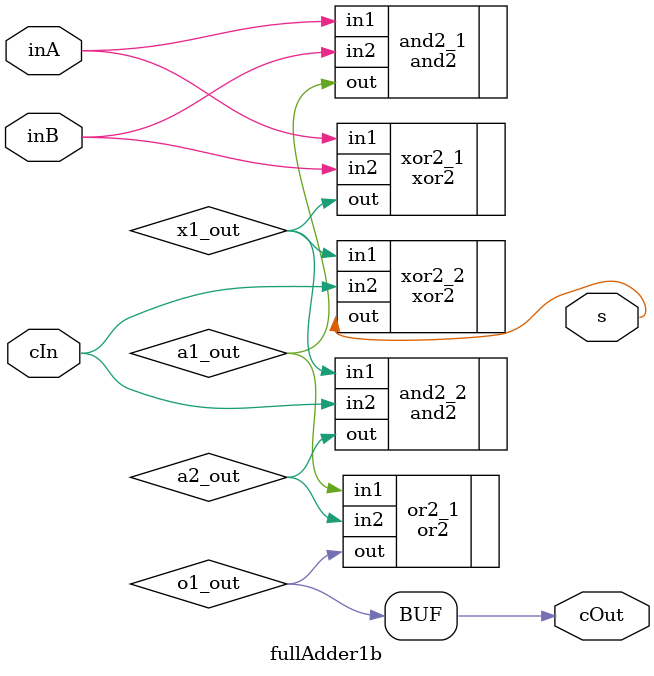
<source format=v>
/*
    CS/ECE 552 Spring '23
    Homework #1, Problem 2
    
    a 1-bit full adder
*/
`default_nettype none
module fullAdder1b(s, cOut, inA, inB, cIn);
    output wire s;
    output wire cOut;
    input  wire inA, inB;
    input  wire cIn;
	wire x1_out, a1_out, a2_out, o1_out;

    // YOUR CODE HERE

	assign cOut = o1_out;
	xor2 xor2_1 (.out(x1_out),.in1(inA),.in2(inB));
	and2 and2_1 (.out(a1_out),.in1(inA),.in2(inB));
	xor2 xor2_2 (.out(s),.in1(x1_out),.in2(cIn));
	and2 and2_2 (.out(a2_out),.in1(x1_out),.in2(cIn));
	or2  or2_1  (.out(o1_out), .in1(a1_out), .in2(a2_out));
	

endmodule
`default_nettype wire

</source>
